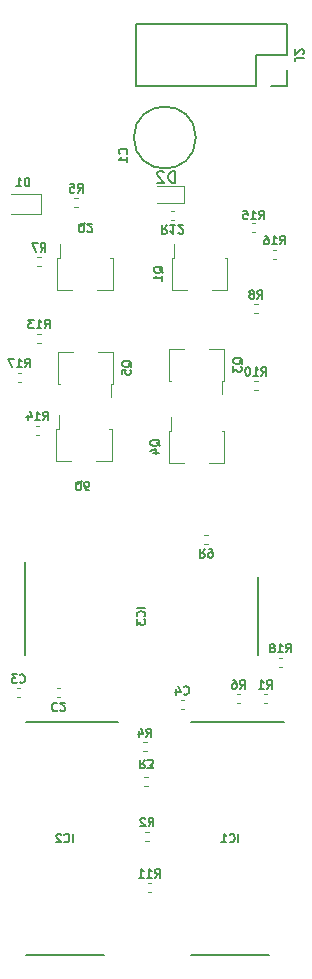
<source format=gbr>
%TF.GenerationSoftware,KiCad,Pcbnew,(6.0.10)*%
%TF.CreationDate,2023-01-09T12:33:07-08:00*%
%TF.ProjectId,16Bars,31364261-7273-42e6-9b69-6361645f7063,rev?*%
%TF.SameCoordinates,Original*%
%TF.FileFunction,Legend,Bot*%
%TF.FilePolarity,Positive*%
%FSLAX46Y46*%
G04 Gerber Fmt 4.6, Leading zero omitted, Abs format (unit mm)*
G04 Created by KiCad (PCBNEW (6.0.10)) date 2023-01-09 12:33:07*
%MOMM*%
%LPD*%
G01*
G04 APERTURE LIST*
%ADD10C,0.150000*%
%ADD11C,0.120000*%
G04 APERTURE END LIST*
D10*
%TO.C,D2*%
X72874095Y-50838380D02*
X72874095Y-49838380D01*
X72636000Y-49838380D01*
X72493142Y-49886000D01*
X72397904Y-49981238D01*
X72350285Y-50076476D01*
X72302666Y-50266952D01*
X72302666Y-50409809D01*
X72350285Y-50600285D01*
X72397904Y-50695523D01*
X72493142Y-50790761D01*
X72636000Y-50838380D01*
X72874095Y-50838380D01*
X71921714Y-49933619D02*
X71874095Y-49886000D01*
X71778857Y-49838380D01*
X71540761Y-49838380D01*
X71445523Y-49886000D01*
X71397904Y-49933619D01*
X71350285Y-50028857D01*
X71350285Y-50124095D01*
X71397904Y-50266952D01*
X71969333Y-50838380D01*
X71350285Y-50838380D01*
%TO.C,R18*%
X82250857Y-90595714D02*
X82490857Y-90252857D01*
X82662285Y-90595714D02*
X82662285Y-89875714D01*
X82388000Y-89875714D01*
X82319428Y-89910000D01*
X82285142Y-89944285D01*
X82250857Y-90012857D01*
X82250857Y-90115714D01*
X82285142Y-90184285D01*
X82319428Y-90218571D01*
X82388000Y-90252857D01*
X82662285Y-90252857D01*
X81565142Y-90595714D02*
X81976571Y-90595714D01*
X81770857Y-90595714D02*
X81770857Y-89875714D01*
X81839428Y-89978571D01*
X81908000Y-90047142D01*
X81976571Y-90081428D01*
X81153714Y-90184285D02*
X81222285Y-90150000D01*
X81256571Y-90115714D01*
X81290857Y-90047142D01*
X81290857Y-90012857D01*
X81256571Y-89944285D01*
X81222285Y-89910000D01*
X81153714Y-89875714D01*
X81016571Y-89875714D01*
X80948000Y-89910000D01*
X80913714Y-89944285D01*
X80879428Y-90012857D01*
X80879428Y-90047142D01*
X80913714Y-90115714D01*
X80948000Y-90150000D01*
X81016571Y-90184285D01*
X81153714Y-90184285D01*
X81222285Y-90218571D01*
X81256571Y-90252857D01*
X81290857Y-90321428D01*
X81290857Y-90458571D01*
X81256571Y-90527142D01*
X81222285Y-90561428D01*
X81153714Y-90595714D01*
X81016571Y-90595714D01*
X80948000Y-90561428D01*
X80913714Y-90527142D01*
X80879428Y-90458571D01*
X80879428Y-90321428D01*
X80913714Y-90252857D01*
X80948000Y-90218571D01*
X81016571Y-90184285D01*
%TO.C,Q1*%
X71834285Y-58461428D02*
X71800000Y-58392857D01*
X71731428Y-58324285D01*
X71628571Y-58221428D01*
X71594285Y-58152857D01*
X71594285Y-58084285D01*
X71765714Y-58118571D02*
X71731428Y-58050000D01*
X71662857Y-57981428D01*
X71525714Y-57947142D01*
X71285714Y-57947142D01*
X71148571Y-57981428D01*
X71080000Y-58050000D01*
X71045714Y-58118571D01*
X71045714Y-58255714D01*
X71080000Y-58324285D01*
X71148571Y-58392857D01*
X71285714Y-58427142D01*
X71525714Y-58427142D01*
X71662857Y-58392857D01*
X71731428Y-58324285D01*
X71765714Y-58255714D01*
X71765714Y-58118571D01*
X71765714Y-59112857D02*
X71765714Y-58701428D01*
X71765714Y-58907142D02*
X71045714Y-58907142D01*
X71148571Y-58838571D01*
X71217142Y-58770000D01*
X71251428Y-58701428D01*
%TO.C,Q2*%
X65209428Y-54215714D02*
X65140857Y-54250000D01*
X65072285Y-54318571D01*
X64969428Y-54421428D01*
X64900857Y-54455714D01*
X64832285Y-54455714D01*
X64866571Y-54284285D02*
X64798000Y-54318571D01*
X64729428Y-54387142D01*
X64695142Y-54524285D01*
X64695142Y-54764285D01*
X64729428Y-54901428D01*
X64798000Y-54970000D01*
X64866571Y-55004285D01*
X65003714Y-55004285D01*
X65072285Y-54970000D01*
X65140857Y-54901428D01*
X65175142Y-54764285D01*
X65175142Y-54524285D01*
X65140857Y-54387142D01*
X65072285Y-54318571D01*
X65003714Y-54284285D01*
X64866571Y-54284285D01*
X65449428Y-54935714D02*
X65483714Y-54970000D01*
X65552285Y-55004285D01*
X65723714Y-55004285D01*
X65792285Y-54970000D01*
X65826571Y-54935714D01*
X65860857Y-54867142D01*
X65860857Y-54798571D01*
X65826571Y-54695714D01*
X65415142Y-54284285D01*
X65860857Y-54284285D01*
%TO.C,Q3*%
X78570285Y-66179428D02*
X78536000Y-66110857D01*
X78467428Y-66042285D01*
X78364571Y-65939428D01*
X78330285Y-65870857D01*
X78330285Y-65802285D01*
X78501714Y-65836571D02*
X78467428Y-65768000D01*
X78398857Y-65699428D01*
X78261714Y-65665142D01*
X78021714Y-65665142D01*
X77884571Y-65699428D01*
X77816000Y-65768000D01*
X77781714Y-65836571D01*
X77781714Y-65973714D01*
X77816000Y-66042285D01*
X77884571Y-66110857D01*
X78021714Y-66145142D01*
X78261714Y-66145142D01*
X78398857Y-66110857D01*
X78467428Y-66042285D01*
X78501714Y-65973714D01*
X78501714Y-65836571D01*
X77781714Y-66385142D02*
X77781714Y-66830857D01*
X78056000Y-66590857D01*
X78056000Y-66693714D01*
X78090285Y-66762285D01*
X78124571Y-66796571D01*
X78193142Y-66830857D01*
X78364571Y-66830857D01*
X78433142Y-66796571D01*
X78467428Y-66762285D01*
X78501714Y-66693714D01*
X78501714Y-66488000D01*
X78467428Y-66419428D01*
X78433142Y-66385142D01*
%TO.C,Q4*%
X71570285Y-73129428D02*
X71536000Y-73060857D01*
X71467428Y-72992285D01*
X71364571Y-72889428D01*
X71330285Y-72820857D01*
X71330285Y-72752285D01*
X71501714Y-72786571D02*
X71467428Y-72718000D01*
X71398857Y-72649428D01*
X71261714Y-72615142D01*
X71021714Y-72615142D01*
X70884571Y-72649428D01*
X70816000Y-72718000D01*
X70781714Y-72786571D01*
X70781714Y-72923714D01*
X70816000Y-72992285D01*
X70884571Y-73060857D01*
X71021714Y-73095142D01*
X71261714Y-73095142D01*
X71398857Y-73060857D01*
X71467428Y-72992285D01*
X71501714Y-72923714D01*
X71501714Y-72786571D01*
X71021714Y-73712285D02*
X71501714Y-73712285D01*
X70747428Y-73540857D02*
X71261714Y-73369428D01*
X71261714Y-73815142D01*
%TO.C,Q5*%
X69172285Y-66433428D02*
X69138000Y-66364857D01*
X69069428Y-66296285D01*
X68966571Y-66193428D01*
X68932285Y-66124857D01*
X68932285Y-66056285D01*
X69103714Y-66090571D02*
X69069428Y-66022000D01*
X69000857Y-65953428D01*
X68863714Y-65919142D01*
X68623714Y-65919142D01*
X68486571Y-65953428D01*
X68418000Y-66022000D01*
X68383714Y-66090571D01*
X68383714Y-66227714D01*
X68418000Y-66296285D01*
X68486571Y-66364857D01*
X68623714Y-66399142D01*
X68863714Y-66399142D01*
X69000857Y-66364857D01*
X69069428Y-66296285D01*
X69103714Y-66227714D01*
X69103714Y-66090571D01*
X68383714Y-67050571D02*
X68383714Y-66707714D01*
X68726571Y-66673428D01*
X68692285Y-66707714D01*
X68658000Y-66776285D01*
X68658000Y-66947714D01*
X68692285Y-67016285D01*
X68726571Y-67050571D01*
X68795142Y-67084857D01*
X68966571Y-67084857D01*
X69035142Y-67050571D01*
X69069428Y-67016285D01*
X69103714Y-66947714D01*
X69103714Y-66776285D01*
X69069428Y-66707714D01*
X69035142Y-66673428D01*
%TO.C,Q6*%
X64955428Y-76059714D02*
X64886857Y-76094000D01*
X64818285Y-76162571D01*
X64715428Y-76265428D01*
X64646857Y-76299714D01*
X64578285Y-76299714D01*
X64612571Y-76128285D02*
X64544000Y-76162571D01*
X64475428Y-76231142D01*
X64441142Y-76368285D01*
X64441142Y-76608285D01*
X64475428Y-76745428D01*
X64544000Y-76814000D01*
X64612571Y-76848285D01*
X64749714Y-76848285D01*
X64818285Y-76814000D01*
X64886857Y-76745428D01*
X64921142Y-76608285D01*
X64921142Y-76368285D01*
X64886857Y-76231142D01*
X64818285Y-76162571D01*
X64749714Y-76128285D01*
X64612571Y-76128285D01*
X65538285Y-76848285D02*
X65401142Y-76848285D01*
X65332571Y-76814000D01*
X65298285Y-76779714D01*
X65229714Y-76676857D01*
X65195428Y-76539714D01*
X65195428Y-76265428D01*
X65229714Y-76196857D01*
X65264000Y-76162571D01*
X65332571Y-76128285D01*
X65469714Y-76128285D01*
X65538285Y-76162571D01*
X65572571Y-76196857D01*
X65606857Y-76265428D01*
X65606857Y-76436857D01*
X65572571Y-76505428D01*
X65538285Y-76539714D01*
X65469714Y-76574000D01*
X65332571Y-76574000D01*
X65264000Y-76539714D01*
X65229714Y-76505428D01*
X65195428Y-76436857D01*
%TO.C,R17*%
X60152857Y-66465714D02*
X60392857Y-66122857D01*
X60564285Y-66465714D02*
X60564285Y-65745714D01*
X60290000Y-65745714D01*
X60221428Y-65780000D01*
X60187142Y-65814285D01*
X60152857Y-65882857D01*
X60152857Y-65985714D01*
X60187142Y-66054285D01*
X60221428Y-66088571D01*
X60290000Y-66122857D01*
X60564285Y-66122857D01*
X59467142Y-66465714D02*
X59878571Y-66465714D01*
X59672857Y-66465714D02*
X59672857Y-65745714D01*
X59741428Y-65848571D01*
X59810000Y-65917142D01*
X59878571Y-65951428D01*
X59227142Y-65745714D02*
X58747142Y-65745714D01*
X59055714Y-66465714D01*
%TO.C,R16*%
X81742857Y-56051714D02*
X81982857Y-55708857D01*
X82154285Y-56051714D02*
X82154285Y-55331714D01*
X81880000Y-55331714D01*
X81811428Y-55366000D01*
X81777142Y-55400285D01*
X81742857Y-55468857D01*
X81742857Y-55571714D01*
X81777142Y-55640285D01*
X81811428Y-55674571D01*
X81880000Y-55708857D01*
X82154285Y-55708857D01*
X81057142Y-56051714D02*
X81468571Y-56051714D01*
X81262857Y-56051714D02*
X81262857Y-55331714D01*
X81331428Y-55434571D01*
X81400000Y-55503142D01*
X81468571Y-55537428D01*
X80440000Y-55331714D02*
X80577142Y-55331714D01*
X80645714Y-55366000D01*
X80680000Y-55400285D01*
X80748571Y-55503142D01*
X80782857Y-55640285D01*
X80782857Y-55914571D01*
X80748571Y-55983142D01*
X80714285Y-56017428D01*
X80645714Y-56051714D01*
X80508571Y-56051714D01*
X80440000Y-56017428D01*
X80405714Y-55983142D01*
X80371428Y-55914571D01*
X80371428Y-55743142D01*
X80405714Y-55674571D01*
X80440000Y-55640285D01*
X80508571Y-55606000D01*
X80645714Y-55606000D01*
X80714285Y-55640285D01*
X80748571Y-55674571D01*
X80782857Y-55743142D01*
%TO.C,IC3*%
X70325714Y-86797142D02*
X69605714Y-86797142D01*
X70257142Y-87551428D02*
X70291428Y-87517142D01*
X70325714Y-87414285D01*
X70325714Y-87345714D01*
X70291428Y-87242857D01*
X70222857Y-87174285D01*
X70154285Y-87140000D01*
X70017142Y-87105714D01*
X69914285Y-87105714D01*
X69777142Y-87140000D01*
X69708571Y-87174285D01*
X69640000Y-87242857D01*
X69605714Y-87345714D01*
X69605714Y-87414285D01*
X69640000Y-87517142D01*
X69674285Y-87551428D01*
X69605714Y-87791428D02*
X69605714Y-88237142D01*
X69880000Y-87997142D01*
X69880000Y-88100000D01*
X69914285Y-88168571D01*
X69948571Y-88202857D01*
X70017142Y-88237142D01*
X70188571Y-88237142D01*
X70257142Y-88202857D01*
X70291428Y-88168571D01*
X70325714Y-88100000D01*
X70325714Y-87894285D01*
X70291428Y-87825714D01*
X70257142Y-87791428D01*
%TO.C,D1*%
X60531428Y-51125714D02*
X60531428Y-50405714D01*
X60360000Y-50405714D01*
X60257142Y-50440000D01*
X60188571Y-50508571D01*
X60154285Y-50577142D01*
X60120000Y-50714285D01*
X60120000Y-50817142D01*
X60154285Y-50954285D01*
X60188571Y-51022857D01*
X60257142Y-51091428D01*
X60360000Y-51125714D01*
X60531428Y-51125714D01*
X59434285Y-51125714D02*
X59845714Y-51125714D01*
X59640000Y-51125714D02*
X59640000Y-50405714D01*
X59708571Y-50508571D01*
X59777142Y-50577142D01*
X59845714Y-50611428D01*
%TO.C,R9*%
X75380000Y-81844285D02*
X75140000Y-82187142D01*
X74968571Y-81844285D02*
X74968571Y-82564285D01*
X75242857Y-82564285D01*
X75311428Y-82530000D01*
X75345714Y-82495714D01*
X75380000Y-82427142D01*
X75380000Y-82324285D01*
X75345714Y-82255714D01*
X75311428Y-82221428D01*
X75242857Y-82187142D01*
X74968571Y-82187142D01*
X75722857Y-81844285D02*
X75860000Y-81844285D01*
X75928571Y-81878571D01*
X75962857Y-81912857D01*
X76031428Y-82015714D01*
X76065714Y-82152857D01*
X76065714Y-82427142D01*
X76031428Y-82495714D01*
X75997142Y-82530000D01*
X75928571Y-82564285D01*
X75791428Y-82564285D01*
X75722857Y-82530000D01*
X75688571Y-82495714D01*
X75654285Y-82427142D01*
X75654285Y-82255714D01*
X75688571Y-82187142D01*
X75722857Y-82152857D01*
X75791428Y-82118571D01*
X75928571Y-82118571D01*
X75997142Y-82152857D01*
X76031428Y-82187142D01*
X76065714Y-82255714D01*
%TO.C,C3*%
X59720000Y-93097142D02*
X59754285Y-93131428D01*
X59857142Y-93165714D01*
X59925714Y-93165714D01*
X60028571Y-93131428D01*
X60097142Y-93062857D01*
X60131428Y-92994285D01*
X60165714Y-92857142D01*
X60165714Y-92754285D01*
X60131428Y-92617142D01*
X60097142Y-92548571D01*
X60028571Y-92480000D01*
X59925714Y-92445714D01*
X59857142Y-92445714D01*
X59754285Y-92480000D01*
X59720000Y-92514285D01*
X59480000Y-92445714D02*
X59034285Y-92445714D01*
X59274285Y-92720000D01*
X59171428Y-92720000D01*
X59102857Y-92754285D01*
X59068571Y-92788571D01*
X59034285Y-92857142D01*
X59034285Y-93028571D01*
X59068571Y-93097142D01*
X59102857Y-93131428D01*
X59171428Y-93165714D01*
X59377142Y-93165714D01*
X59445714Y-93131428D01*
X59480000Y-93097142D01*
%TO.C,R2*%
X70620000Y-105325714D02*
X70860000Y-104982857D01*
X71031428Y-105325714D02*
X71031428Y-104605714D01*
X70757142Y-104605714D01*
X70688571Y-104640000D01*
X70654285Y-104674285D01*
X70620000Y-104742857D01*
X70620000Y-104845714D01*
X70654285Y-104914285D01*
X70688571Y-104948571D01*
X70757142Y-104982857D01*
X71031428Y-104982857D01*
X70345714Y-104674285D02*
X70311428Y-104640000D01*
X70242857Y-104605714D01*
X70071428Y-104605714D01*
X70002857Y-104640000D01*
X69968571Y-104674285D01*
X69934285Y-104742857D01*
X69934285Y-104811428D01*
X69968571Y-104914285D01*
X70380000Y-105325714D01*
X69934285Y-105325714D01*
%TO.C,IC1*%
X78232857Y-106675714D02*
X78232857Y-105955714D01*
X77478571Y-106607142D02*
X77512857Y-106641428D01*
X77615714Y-106675714D01*
X77684285Y-106675714D01*
X77787142Y-106641428D01*
X77855714Y-106572857D01*
X77890000Y-106504285D01*
X77924285Y-106367142D01*
X77924285Y-106264285D01*
X77890000Y-106127142D01*
X77855714Y-106058571D01*
X77787142Y-105990000D01*
X77684285Y-105955714D01*
X77615714Y-105955714D01*
X77512857Y-105990000D01*
X77478571Y-106024285D01*
X76792857Y-106675714D02*
X77204285Y-106675714D01*
X76998571Y-106675714D02*
X76998571Y-105955714D01*
X77067142Y-106058571D01*
X77135714Y-106127142D01*
X77204285Y-106161428D01*
%TO.C,C4*%
X73600000Y-94097142D02*
X73634285Y-94131428D01*
X73737142Y-94165714D01*
X73805714Y-94165714D01*
X73908571Y-94131428D01*
X73977142Y-94062857D01*
X74011428Y-93994285D01*
X74045714Y-93857142D01*
X74045714Y-93754285D01*
X74011428Y-93617142D01*
X73977142Y-93548571D01*
X73908571Y-93480000D01*
X73805714Y-93445714D01*
X73737142Y-93445714D01*
X73634285Y-93480000D01*
X73600000Y-93514285D01*
X72982857Y-93685714D02*
X72982857Y-94165714D01*
X73154285Y-93411428D02*
X73325714Y-93925714D01*
X72880000Y-93925714D01*
%TO.C,R13*%
X61822857Y-63155714D02*
X62062857Y-62812857D01*
X62234285Y-63155714D02*
X62234285Y-62435714D01*
X61960000Y-62435714D01*
X61891428Y-62470000D01*
X61857142Y-62504285D01*
X61822857Y-62572857D01*
X61822857Y-62675714D01*
X61857142Y-62744285D01*
X61891428Y-62778571D01*
X61960000Y-62812857D01*
X62234285Y-62812857D01*
X61137142Y-63155714D02*
X61548571Y-63155714D01*
X61342857Y-63155714D02*
X61342857Y-62435714D01*
X61411428Y-62538571D01*
X61480000Y-62607142D01*
X61548571Y-62641428D01*
X60897142Y-62435714D02*
X60451428Y-62435714D01*
X60691428Y-62710000D01*
X60588571Y-62710000D01*
X60520000Y-62744285D01*
X60485714Y-62778571D01*
X60451428Y-62847142D01*
X60451428Y-63018571D01*
X60485714Y-63087142D01*
X60520000Y-63121428D01*
X60588571Y-63155714D01*
X60794285Y-63155714D01*
X60862857Y-63121428D01*
X60897142Y-63087142D01*
%TO.C,R6*%
X78352000Y-93655714D02*
X78592000Y-93312857D01*
X78763428Y-93655714D02*
X78763428Y-92935714D01*
X78489142Y-92935714D01*
X78420571Y-92970000D01*
X78386285Y-93004285D01*
X78352000Y-93072857D01*
X78352000Y-93175714D01*
X78386285Y-93244285D01*
X78420571Y-93278571D01*
X78489142Y-93312857D01*
X78763428Y-93312857D01*
X77734857Y-92935714D02*
X77872000Y-92935714D01*
X77940571Y-92970000D01*
X77974857Y-93004285D01*
X78043428Y-93107142D01*
X78077714Y-93244285D01*
X78077714Y-93518571D01*
X78043428Y-93587142D01*
X78009142Y-93621428D01*
X77940571Y-93655714D01*
X77803428Y-93655714D01*
X77734857Y-93621428D01*
X77700571Y-93587142D01*
X77666285Y-93518571D01*
X77666285Y-93347142D01*
X77700571Y-93278571D01*
X77734857Y-93244285D01*
X77803428Y-93210000D01*
X77940571Y-93210000D01*
X78009142Y-93244285D01*
X78043428Y-93278571D01*
X78077714Y-93347142D01*
%TO.C,R5*%
X64620000Y-51655714D02*
X64860000Y-51312857D01*
X65031428Y-51655714D02*
X65031428Y-50935714D01*
X64757142Y-50935714D01*
X64688571Y-50970000D01*
X64654285Y-51004285D01*
X64620000Y-51072857D01*
X64620000Y-51175714D01*
X64654285Y-51244285D01*
X64688571Y-51278571D01*
X64757142Y-51312857D01*
X65031428Y-51312857D01*
X63968571Y-50935714D02*
X64311428Y-50935714D01*
X64345714Y-51278571D01*
X64311428Y-51244285D01*
X64242857Y-51210000D01*
X64071428Y-51210000D01*
X64002857Y-51244285D01*
X63968571Y-51278571D01*
X63934285Y-51347142D01*
X63934285Y-51518571D01*
X63968571Y-51587142D01*
X64002857Y-51621428D01*
X64071428Y-51655714D01*
X64242857Y-51655714D01*
X64311428Y-51621428D01*
X64345714Y-51587142D01*
%TO.C,R15*%
X79964857Y-53919714D02*
X80204857Y-53576857D01*
X80376285Y-53919714D02*
X80376285Y-53199714D01*
X80102000Y-53199714D01*
X80033428Y-53234000D01*
X79999142Y-53268285D01*
X79964857Y-53336857D01*
X79964857Y-53439714D01*
X79999142Y-53508285D01*
X80033428Y-53542571D01*
X80102000Y-53576857D01*
X80376285Y-53576857D01*
X79279142Y-53919714D02*
X79690571Y-53919714D01*
X79484857Y-53919714D02*
X79484857Y-53199714D01*
X79553428Y-53302571D01*
X79622000Y-53371142D01*
X79690571Y-53405428D01*
X78627714Y-53199714D02*
X78970571Y-53199714D01*
X79004857Y-53542571D01*
X78970571Y-53508285D01*
X78902000Y-53474000D01*
X78730571Y-53474000D01*
X78662000Y-53508285D01*
X78627714Y-53542571D01*
X78593428Y-53611142D01*
X78593428Y-53782571D01*
X78627714Y-53851142D01*
X78662000Y-53885428D01*
X78730571Y-53919714D01*
X78902000Y-53919714D01*
X78970571Y-53885428D01*
X79004857Y-53851142D01*
%TO.C,C2*%
X62880000Y-94902857D02*
X62845714Y-94868571D01*
X62742857Y-94834285D01*
X62674285Y-94834285D01*
X62571428Y-94868571D01*
X62502857Y-94937142D01*
X62468571Y-95005714D01*
X62434285Y-95142857D01*
X62434285Y-95245714D01*
X62468571Y-95382857D01*
X62502857Y-95451428D01*
X62571428Y-95520000D01*
X62674285Y-95554285D01*
X62742857Y-95554285D01*
X62845714Y-95520000D01*
X62880000Y-95485714D01*
X63154285Y-95485714D02*
X63188571Y-95520000D01*
X63257142Y-95554285D01*
X63428571Y-95554285D01*
X63497142Y-95520000D01*
X63531428Y-95485714D01*
X63565714Y-95417142D01*
X63565714Y-95348571D01*
X63531428Y-95245714D01*
X63120000Y-94834285D01*
X63565714Y-94834285D01*
%TO.C,R12*%
X72181142Y-54438285D02*
X71941142Y-54781142D01*
X71769714Y-54438285D02*
X71769714Y-55158285D01*
X72044000Y-55158285D01*
X72112571Y-55124000D01*
X72146857Y-55089714D01*
X72181142Y-55021142D01*
X72181142Y-54918285D01*
X72146857Y-54849714D01*
X72112571Y-54815428D01*
X72044000Y-54781142D01*
X71769714Y-54781142D01*
X72866857Y-54438285D02*
X72455428Y-54438285D01*
X72661142Y-54438285D02*
X72661142Y-55158285D01*
X72592571Y-55055428D01*
X72524000Y-54986857D01*
X72455428Y-54952571D01*
X73141142Y-55089714D02*
X73175428Y-55124000D01*
X73244000Y-55158285D01*
X73415428Y-55158285D01*
X73484000Y-55124000D01*
X73518285Y-55089714D01*
X73552571Y-55021142D01*
X73552571Y-54952571D01*
X73518285Y-54849714D01*
X73106857Y-54438285D01*
X73552571Y-54438285D01*
%TO.C,R3*%
X70280000Y-99674285D02*
X70040000Y-100017142D01*
X69868571Y-99674285D02*
X69868571Y-100394285D01*
X70142857Y-100394285D01*
X70211428Y-100360000D01*
X70245714Y-100325714D01*
X70280000Y-100257142D01*
X70280000Y-100154285D01*
X70245714Y-100085714D01*
X70211428Y-100051428D01*
X70142857Y-100017142D01*
X69868571Y-100017142D01*
X70520000Y-100394285D02*
X70965714Y-100394285D01*
X70725714Y-100120000D01*
X70828571Y-100120000D01*
X70897142Y-100085714D01*
X70931428Y-100051428D01*
X70965714Y-99982857D01*
X70965714Y-99811428D01*
X70931428Y-99742857D01*
X70897142Y-99708571D01*
X70828571Y-99674285D01*
X70622857Y-99674285D01*
X70554285Y-99708571D01*
X70520000Y-99742857D01*
%TO.C,J2*%
X83743885Y-40245000D02*
X83229600Y-40245000D01*
X83126742Y-40279285D01*
X83058171Y-40347857D01*
X83023885Y-40450714D01*
X83023885Y-40519285D01*
X83675314Y-39936428D02*
X83709600Y-39902142D01*
X83743885Y-39833571D01*
X83743885Y-39662142D01*
X83709600Y-39593571D01*
X83675314Y-39559285D01*
X83606742Y-39525000D01*
X83538171Y-39525000D01*
X83435314Y-39559285D01*
X83023885Y-39970714D01*
X83023885Y-39525000D01*
%TO.C,R11*%
X71172857Y-109655714D02*
X71412857Y-109312857D01*
X71584285Y-109655714D02*
X71584285Y-108935714D01*
X71310000Y-108935714D01*
X71241428Y-108970000D01*
X71207142Y-109004285D01*
X71172857Y-109072857D01*
X71172857Y-109175714D01*
X71207142Y-109244285D01*
X71241428Y-109278571D01*
X71310000Y-109312857D01*
X71584285Y-109312857D01*
X70487142Y-109655714D02*
X70898571Y-109655714D01*
X70692857Y-109655714D02*
X70692857Y-108935714D01*
X70761428Y-109038571D01*
X70830000Y-109107142D01*
X70898571Y-109141428D01*
X69801428Y-109655714D02*
X70212857Y-109655714D01*
X70007142Y-109655714D02*
X70007142Y-108935714D01*
X70075714Y-109038571D01*
X70144285Y-109107142D01*
X70212857Y-109141428D01*
%TO.C,R10*%
X80182857Y-67155714D02*
X80422857Y-66812857D01*
X80594285Y-67155714D02*
X80594285Y-66435714D01*
X80320000Y-66435714D01*
X80251428Y-66470000D01*
X80217142Y-66504285D01*
X80182857Y-66572857D01*
X80182857Y-66675714D01*
X80217142Y-66744285D01*
X80251428Y-66778571D01*
X80320000Y-66812857D01*
X80594285Y-66812857D01*
X79497142Y-67155714D02*
X79908571Y-67155714D01*
X79702857Y-67155714D02*
X79702857Y-66435714D01*
X79771428Y-66538571D01*
X79840000Y-66607142D01*
X79908571Y-66641428D01*
X79051428Y-66435714D02*
X78982857Y-66435714D01*
X78914285Y-66470000D01*
X78880000Y-66504285D01*
X78845714Y-66572857D01*
X78811428Y-66710000D01*
X78811428Y-66881428D01*
X78845714Y-67018571D01*
X78880000Y-67087142D01*
X78914285Y-67121428D01*
X78982857Y-67155714D01*
X79051428Y-67155714D01*
X79120000Y-67121428D01*
X79154285Y-67087142D01*
X79188571Y-67018571D01*
X79222857Y-66881428D01*
X79222857Y-66710000D01*
X79188571Y-66572857D01*
X79154285Y-66504285D01*
X79120000Y-66470000D01*
X79051428Y-66435714D01*
%TO.C,IC2*%
X64232857Y-106675714D02*
X64232857Y-105955714D01*
X63478571Y-106607142D02*
X63512857Y-106641428D01*
X63615714Y-106675714D01*
X63684285Y-106675714D01*
X63787142Y-106641428D01*
X63855714Y-106572857D01*
X63890000Y-106504285D01*
X63924285Y-106367142D01*
X63924285Y-106264285D01*
X63890000Y-106127142D01*
X63855714Y-106058571D01*
X63787142Y-105990000D01*
X63684285Y-105955714D01*
X63615714Y-105955714D01*
X63512857Y-105990000D01*
X63478571Y-106024285D01*
X63204285Y-106024285D02*
X63170000Y-105990000D01*
X63101428Y-105955714D01*
X62930000Y-105955714D01*
X62861428Y-105990000D01*
X62827142Y-106024285D01*
X62792857Y-106092857D01*
X62792857Y-106161428D01*
X62827142Y-106264285D01*
X63238571Y-106675714D01*
X62792857Y-106675714D01*
%TO.C,C1*%
X68757142Y-48380000D02*
X68791428Y-48345714D01*
X68825714Y-48242857D01*
X68825714Y-48174285D01*
X68791428Y-48071428D01*
X68722857Y-48002857D01*
X68654285Y-47968571D01*
X68517142Y-47934285D01*
X68414285Y-47934285D01*
X68277142Y-47968571D01*
X68208571Y-48002857D01*
X68140000Y-48071428D01*
X68105714Y-48174285D01*
X68105714Y-48242857D01*
X68140000Y-48345714D01*
X68174285Y-48380000D01*
X68825714Y-49065714D02*
X68825714Y-48654285D01*
X68825714Y-48860000D02*
X68105714Y-48860000D01*
X68208571Y-48791428D01*
X68277142Y-48722857D01*
X68311428Y-48654285D01*
%TO.C,R7*%
X61480000Y-56655714D02*
X61720000Y-56312857D01*
X61891428Y-56655714D02*
X61891428Y-55935714D01*
X61617142Y-55935714D01*
X61548571Y-55970000D01*
X61514285Y-56004285D01*
X61480000Y-56072857D01*
X61480000Y-56175714D01*
X61514285Y-56244285D01*
X61548571Y-56278571D01*
X61617142Y-56312857D01*
X61891428Y-56312857D01*
X61240000Y-55935714D02*
X60760000Y-55935714D01*
X61068571Y-56655714D01*
%TO.C,R8*%
X79840000Y-60655714D02*
X80080000Y-60312857D01*
X80251428Y-60655714D02*
X80251428Y-59935714D01*
X79977142Y-59935714D01*
X79908571Y-59970000D01*
X79874285Y-60004285D01*
X79840000Y-60072857D01*
X79840000Y-60175714D01*
X79874285Y-60244285D01*
X79908571Y-60278571D01*
X79977142Y-60312857D01*
X80251428Y-60312857D01*
X79428571Y-60244285D02*
X79497142Y-60210000D01*
X79531428Y-60175714D01*
X79565714Y-60107142D01*
X79565714Y-60072857D01*
X79531428Y-60004285D01*
X79497142Y-59970000D01*
X79428571Y-59935714D01*
X79291428Y-59935714D01*
X79222857Y-59970000D01*
X79188571Y-60004285D01*
X79154285Y-60072857D01*
X79154285Y-60107142D01*
X79188571Y-60175714D01*
X79222857Y-60210000D01*
X79291428Y-60244285D01*
X79428571Y-60244285D01*
X79497142Y-60278571D01*
X79531428Y-60312857D01*
X79565714Y-60381428D01*
X79565714Y-60518571D01*
X79531428Y-60587142D01*
X79497142Y-60621428D01*
X79428571Y-60655714D01*
X79291428Y-60655714D01*
X79222857Y-60621428D01*
X79188571Y-60587142D01*
X79154285Y-60518571D01*
X79154285Y-60381428D01*
X79188571Y-60312857D01*
X79222857Y-60278571D01*
X79291428Y-60244285D01*
%TO.C,R1*%
X80638000Y-93655714D02*
X80878000Y-93312857D01*
X81049428Y-93655714D02*
X81049428Y-92935714D01*
X80775142Y-92935714D01*
X80706571Y-92970000D01*
X80672285Y-93004285D01*
X80638000Y-93072857D01*
X80638000Y-93175714D01*
X80672285Y-93244285D01*
X80706571Y-93278571D01*
X80775142Y-93312857D01*
X81049428Y-93312857D01*
X79952285Y-93655714D02*
X80363714Y-93655714D01*
X80158000Y-93655714D02*
X80158000Y-92935714D01*
X80226571Y-93038571D01*
X80295142Y-93107142D01*
X80363714Y-93141428D01*
%TO.C,R4*%
X70420000Y-97755714D02*
X70660000Y-97412857D01*
X70831428Y-97755714D02*
X70831428Y-97035714D01*
X70557142Y-97035714D01*
X70488571Y-97070000D01*
X70454285Y-97104285D01*
X70420000Y-97172857D01*
X70420000Y-97275714D01*
X70454285Y-97344285D01*
X70488571Y-97378571D01*
X70557142Y-97412857D01*
X70831428Y-97412857D01*
X69802857Y-97275714D02*
X69802857Y-97755714D01*
X69974285Y-97001428D02*
X70145714Y-97515714D01*
X69700000Y-97515714D01*
%TO.C,R14*%
X61676857Y-70937714D02*
X61916857Y-70594857D01*
X62088285Y-70937714D02*
X62088285Y-70217714D01*
X61814000Y-70217714D01*
X61745428Y-70252000D01*
X61711142Y-70286285D01*
X61676857Y-70354857D01*
X61676857Y-70457714D01*
X61711142Y-70526285D01*
X61745428Y-70560571D01*
X61814000Y-70594857D01*
X62088285Y-70594857D01*
X60991142Y-70937714D02*
X61402571Y-70937714D01*
X61196857Y-70937714D02*
X61196857Y-70217714D01*
X61265428Y-70320571D01*
X61334000Y-70389142D01*
X61402571Y-70423428D01*
X60374000Y-70457714D02*
X60374000Y-70937714D01*
X60545428Y-70183428D02*
X60716857Y-70697714D01*
X60271142Y-70697714D01*
D11*
%TO.C,D2*%
X73621000Y-52551000D02*
X71336000Y-52551000D01*
X73621000Y-51081000D02*
X73621000Y-52551000D01*
X71336000Y-51081000D02*
X73621000Y-51081000D01*
%TO.C,R18*%
X81941641Y-91060000D02*
X81634359Y-91060000D01*
X81941641Y-91820000D02*
X81634359Y-91820000D01*
%TO.C,Q1*%
X72580000Y-59890000D02*
X73890000Y-59890000D01*
X72580000Y-57170000D02*
X72580000Y-59890000D01*
X72580000Y-57170000D02*
X72810000Y-57170000D01*
X75990000Y-59890000D02*
X77300000Y-59890000D01*
X72810000Y-56030000D02*
X72810000Y-57170000D01*
X77300000Y-57170000D02*
X77070000Y-57170000D01*
X77300000Y-59890000D02*
X77300000Y-57170000D01*
%TO.C,Q2*%
X62860000Y-59890000D02*
X64170000Y-59890000D01*
X62860000Y-57170000D02*
X62860000Y-59890000D01*
X62860000Y-57170000D02*
X63090000Y-57170000D01*
X66270000Y-59890000D02*
X67580000Y-59890000D01*
X63090000Y-56030000D02*
X63090000Y-57170000D01*
X67580000Y-57170000D02*
X67350000Y-57170000D01*
X67580000Y-59890000D02*
X67580000Y-57170000D01*
%TO.C,Q3*%
X77036000Y-64888000D02*
X75726000Y-64888000D01*
X77036000Y-67608000D02*
X77036000Y-64888000D01*
X77036000Y-67608000D02*
X76806000Y-67608000D01*
X73626000Y-64888000D02*
X72316000Y-64888000D01*
X76806000Y-68748000D02*
X76806000Y-67608000D01*
X72316000Y-67608000D02*
X72546000Y-67608000D01*
X72316000Y-64888000D02*
X72316000Y-67608000D01*
%TO.C,Q4*%
X72316000Y-74558000D02*
X73626000Y-74558000D01*
X72316000Y-71838000D02*
X72316000Y-74558000D01*
X72316000Y-71838000D02*
X72546000Y-71838000D01*
X75726000Y-74558000D02*
X77036000Y-74558000D01*
X72546000Y-70698000D02*
X72546000Y-71838000D01*
X77036000Y-71838000D02*
X76806000Y-71838000D01*
X77036000Y-74558000D02*
X77036000Y-71838000D01*
%TO.C,Q5*%
X67638000Y-65142000D02*
X66328000Y-65142000D01*
X67638000Y-67862000D02*
X67638000Y-65142000D01*
X67638000Y-67862000D02*
X67408000Y-67862000D01*
X64228000Y-65142000D02*
X62918000Y-65142000D01*
X67408000Y-69002000D02*
X67408000Y-67862000D01*
X62918000Y-67862000D02*
X63148000Y-67862000D01*
X62918000Y-65142000D02*
X62918000Y-67862000D01*
%TO.C,Q6*%
X62780000Y-74390000D02*
X64090000Y-74390000D01*
X62780000Y-71670000D02*
X62780000Y-74390000D01*
X62780000Y-71670000D02*
X63010000Y-71670000D01*
X66190000Y-74390000D02*
X67500000Y-74390000D01*
X63010000Y-70530000D02*
X63010000Y-71670000D01*
X67500000Y-71670000D02*
X67270000Y-71670000D01*
X67500000Y-74390000D02*
X67500000Y-71670000D01*
%TO.C,R17*%
X59843641Y-67690000D02*
X59536359Y-67690000D01*
X59843641Y-66930000D02*
X59536359Y-66930000D01*
%TO.C,R16*%
X81433641Y-57276000D02*
X81126359Y-57276000D01*
X81433641Y-56516000D02*
X81126359Y-56516000D01*
D10*
%TO.C,IC3*%
X60155000Y-82965000D02*
X60155000Y-90800000D01*
X79845000Y-84200000D02*
X79845000Y-90800000D01*
D11*
%TO.C,D1*%
X61500000Y-53500000D02*
X58950000Y-53500000D01*
X61500000Y-51800000D02*
X61500000Y-53500000D01*
X61500000Y-51800000D02*
X58950000Y-51800000D01*
%TO.C,R9*%
X75346359Y-81380000D02*
X75653641Y-81380000D01*
X75346359Y-80620000D02*
X75653641Y-80620000D01*
%TO.C,C3*%
X59707836Y-93640000D02*
X59492164Y-93640000D01*
X59707836Y-94360000D02*
X59492164Y-94360000D01*
%TO.C,R2*%
X70653641Y-105810000D02*
X70346359Y-105810000D01*
X70653641Y-106570000D02*
X70346359Y-106570000D01*
D10*
%TO.C,IC1*%
X80830000Y-116195000D02*
X74230000Y-116195000D01*
X82065000Y-96505000D02*
X74230000Y-96505000D01*
D11*
%TO.C,C4*%
X73587836Y-95360000D02*
X73372164Y-95360000D01*
X73587836Y-94640000D02*
X73372164Y-94640000D01*
%TO.C,R13*%
X61513641Y-64380000D02*
X61206359Y-64380000D01*
X61513641Y-63620000D02*
X61206359Y-63620000D01*
%TO.C,R6*%
X78385641Y-94880000D02*
X78078359Y-94880000D01*
X78385641Y-94120000D02*
X78078359Y-94120000D01*
%TO.C,R5*%
X64653641Y-52120000D02*
X64346359Y-52120000D01*
X64653641Y-52880000D02*
X64346359Y-52880000D01*
%TO.C,R15*%
X79348359Y-54230000D02*
X79655641Y-54230000D01*
X79348359Y-54990000D02*
X79655641Y-54990000D01*
%TO.C,C2*%
X62892164Y-93640000D02*
X63107836Y-93640000D01*
X62892164Y-94360000D02*
X63107836Y-94360000D01*
%TO.C,R12*%
X72490359Y-53214000D02*
X72797641Y-53214000D01*
X72490359Y-53974000D02*
X72797641Y-53974000D01*
%TO.C,R3*%
X70246359Y-101880000D02*
X70553641Y-101880000D01*
X70246359Y-101120000D02*
X70553641Y-101120000D01*
D10*
%TO.C,J2*%
X79749600Y-42605000D02*
X69529600Y-42605000D01*
X79749600Y-40005000D02*
X82349600Y-40005000D01*
X81019600Y-42605000D02*
X82349600Y-42605000D01*
X69529600Y-42605000D02*
X69529600Y-37405000D01*
X82349600Y-40005000D02*
X82349600Y-37405000D01*
X79749600Y-42605000D02*
X79749600Y-40005000D01*
X82349600Y-37405000D02*
X69529600Y-37405000D01*
X82349600Y-42605000D02*
X82349600Y-41275000D01*
D11*
%TO.C,R11*%
X70863641Y-110120000D02*
X70556359Y-110120000D01*
X70863641Y-110880000D02*
X70556359Y-110880000D01*
%TO.C,R10*%
X79873641Y-68380000D02*
X79566359Y-68380000D01*
X79873641Y-67620000D02*
X79566359Y-67620000D01*
D10*
%TO.C,IC2*%
X66830000Y-116195000D02*
X60230000Y-116195000D01*
X68065000Y-96505000D02*
X60230000Y-96505000D01*
%TO.C,C1*%
X74620000Y-47000000D02*
G75*
G03*
X74620000Y-47000000I-2620000J0D01*
G01*
D11*
%TO.C,R7*%
X61513641Y-57880000D02*
X61206359Y-57880000D01*
X61513641Y-57120000D02*
X61206359Y-57120000D01*
%TO.C,R8*%
X79873641Y-61120000D02*
X79566359Y-61120000D01*
X79873641Y-61880000D02*
X79566359Y-61880000D01*
%TO.C,R1*%
X80671641Y-94880000D02*
X80364359Y-94880000D01*
X80671641Y-94120000D02*
X80364359Y-94120000D01*
%TO.C,R4*%
X70453641Y-98220000D02*
X70146359Y-98220000D01*
X70453641Y-98980000D02*
X70146359Y-98980000D01*
%TO.C,R14*%
X61060359Y-72150000D02*
X61367641Y-72150000D01*
X61060359Y-71390000D02*
X61367641Y-71390000D01*
%TD*%
M02*

</source>
